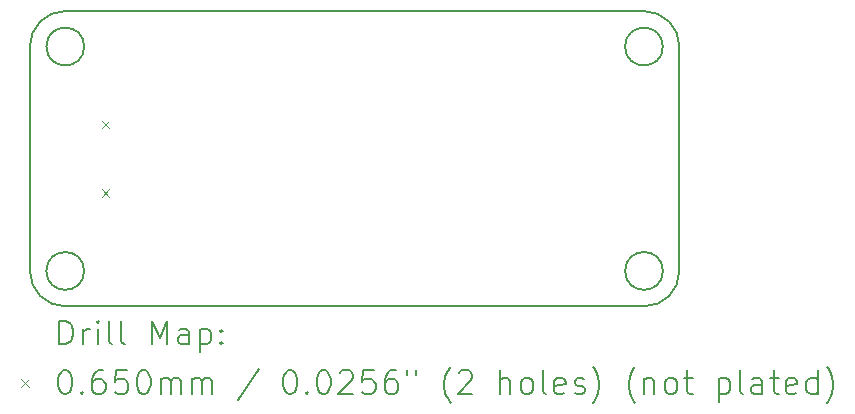
<source format=gbr>
%TF.GenerationSoftware,KiCad,Pcbnew,8.0.5-dirty*%
%TF.CreationDate,2024-10-01T21:11:04+10:00*%
%TF.ProjectId,kestral,6b657374-7261-46c2-9e6b-696361645f70,rev?*%
%TF.SameCoordinates,Original*%
%TF.FileFunction,Drillmap*%
%TF.FilePolarity,Positive*%
%FSLAX45Y45*%
G04 Gerber Fmt 4.5, Leading zero omitted, Abs format (unit mm)*
G04 Created by KiCad (PCBNEW 8.0.5-dirty) date 2024-10-01 21:11:04*
%MOMM*%
%LPD*%
G01*
G04 APERTURE LIST*
%ADD10C,0.200000*%
%ADD11C,0.100000*%
G04 APERTURE END LIST*
D10*
X15500000Y-12200000D02*
G75*
G02*
X15200000Y-12500000I-300000J0D01*
G01*
X15200000Y-12500000D02*
X10300000Y-12500000D01*
X15200000Y-10000000D02*
X10300000Y-10000000D01*
X15500000Y-10300000D02*
X15500000Y-12200000D01*
X10000000Y-10300000D02*
X10000000Y-12200000D01*
X15200000Y-10000000D02*
G75*
G02*
X15500000Y-10300000I0J-300000D01*
G01*
X10300000Y-12500000D02*
G75*
G02*
X10000000Y-12200000I0J300000D01*
G01*
X15360000Y-12200000D02*
G75*
G02*
X15040000Y-12200000I-160000J0D01*
G01*
X15040000Y-12200000D02*
G75*
G02*
X15360000Y-12200000I160000J0D01*
G01*
X10460000Y-10300000D02*
G75*
G02*
X10140000Y-10300000I-160000J0D01*
G01*
X10140000Y-10300000D02*
G75*
G02*
X10460000Y-10300000I160000J0D01*
G01*
X10000000Y-10300000D02*
G75*
G02*
X10300000Y-10000000I300000J0D01*
G01*
X10460000Y-12200000D02*
G75*
G02*
X10140000Y-12200000I-160000J0D01*
G01*
X10140000Y-12200000D02*
G75*
G02*
X10460000Y-12200000I160000J0D01*
G01*
X15360000Y-10300000D02*
G75*
G02*
X15040000Y-10300000I-160000J0D01*
G01*
X15040000Y-10300000D02*
G75*
G02*
X15360000Y-10300000I160000J0D01*
G01*
D11*
X10608000Y-10928500D02*
X10673000Y-10993500D01*
X10673000Y-10928500D02*
X10608000Y-10993500D01*
X10608000Y-11506500D02*
X10673000Y-11571500D01*
X10673000Y-11506500D02*
X10608000Y-11571500D01*
D10*
X10250777Y-12821484D02*
X10250777Y-12621484D01*
X10250777Y-12621484D02*
X10298396Y-12621484D01*
X10298396Y-12621484D02*
X10326967Y-12631008D01*
X10326967Y-12631008D02*
X10346015Y-12650055D01*
X10346015Y-12650055D02*
X10355539Y-12669103D01*
X10355539Y-12669103D02*
X10365063Y-12707198D01*
X10365063Y-12707198D02*
X10365063Y-12735769D01*
X10365063Y-12735769D02*
X10355539Y-12773865D01*
X10355539Y-12773865D02*
X10346015Y-12792912D01*
X10346015Y-12792912D02*
X10326967Y-12811960D01*
X10326967Y-12811960D02*
X10298396Y-12821484D01*
X10298396Y-12821484D02*
X10250777Y-12821484D01*
X10450777Y-12821484D02*
X10450777Y-12688150D01*
X10450777Y-12726246D02*
X10460301Y-12707198D01*
X10460301Y-12707198D02*
X10469824Y-12697674D01*
X10469824Y-12697674D02*
X10488872Y-12688150D01*
X10488872Y-12688150D02*
X10507920Y-12688150D01*
X10574586Y-12821484D02*
X10574586Y-12688150D01*
X10574586Y-12621484D02*
X10565063Y-12631008D01*
X10565063Y-12631008D02*
X10574586Y-12640531D01*
X10574586Y-12640531D02*
X10584110Y-12631008D01*
X10584110Y-12631008D02*
X10574586Y-12621484D01*
X10574586Y-12621484D02*
X10574586Y-12640531D01*
X10698396Y-12821484D02*
X10679348Y-12811960D01*
X10679348Y-12811960D02*
X10669824Y-12792912D01*
X10669824Y-12792912D02*
X10669824Y-12621484D01*
X10803158Y-12821484D02*
X10784110Y-12811960D01*
X10784110Y-12811960D02*
X10774586Y-12792912D01*
X10774586Y-12792912D02*
X10774586Y-12621484D01*
X11031729Y-12821484D02*
X11031729Y-12621484D01*
X11031729Y-12621484D02*
X11098396Y-12764341D01*
X11098396Y-12764341D02*
X11165063Y-12621484D01*
X11165063Y-12621484D02*
X11165063Y-12821484D01*
X11346015Y-12821484D02*
X11346015Y-12716722D01*
X11346015Y-12716722D02*
X11336491Y-12697674D01*
X11336491Y-12697674D02*
X11317443Y-12688150D01*
X11317443Y-12688150D02*
X11279348Y-12688150D01*
X11279348Y-12688150D02*
X11260301Y-12697674D01*
X11346015Y-12811960D02*
X11326967Y-12821484D01*
X11326967Y-12821484D02*
X11279348Y-12821484D01*
X11279348Y-12821484D02*
X11260301Y-12811960D01*
X11260301Y-12811960D02*
X11250777Y-12792912D01*
X11250777Y-12792912D02*
X11250777Y-12773865D01*
X11250777Y-12773865D02*
X11260301Y-12754817D01*
X11260301Y-12754817D02*
X11279348Y-12745293D01*
X11279348Y-12745293D02*
X11326967Y-12745293D01*
X11326967Y-12745293D02*
X11346015Y-12735769D01*
X11441253Y-12688150D02*
X11441253Y-12888150D01*
X11441253Y-12697674D02*
X11460301Y-12688150D01*
X11460301Y-12688150D02*
X11498396Y-12688150D01*
X11498396Y-12688150D02*
X11517443Y-12697674D01*
X11517443Y-12697674D02*
X11526967Y-12707198D01*
X11526967Y-12707198D02*
X11536491Y-12726246D01*
X11536491Y-12726246D02*
X11536491Y-12783388D01*
X11536491Y-12783388D02*
X11526967Y-12802436D01*
X11526967Y-12802436D02*
X11517443Y-12811960D01*
X11517443Y-12811960D02*
X11498396Y-12821484D01*
X11498396Y-12821484D02*
X11460301Y-12821484D01*
X11460301Y-12821484D02*
X11441253Y-12811960D01*
X11622205Y-12802436D02*
X11631729Y-12811960D01*
X11631729Y-12811960D02*
X11622205Y-12821484D01*
X11622205Y-12821484D02*
X11612682Y-12811960D01*
X11612682Y-12811960D02*
X11622205Y-12802436D01*
X11622205Y-12802436D02*
X11622205Y-12821484D01*
X11622205Y-12697674D02*
X11631729Y-12707198D01*
X11631729Y-12707198D02*
X11622205Y-12716722D01*
X11622205Y-12716722D02*
X11612682Y-12707198D01*
X11612682Y-12707198D02*
X11622205Y-12697674D01*
X11622205Y-12697674D02*
X11622205Y-12716722D01*
D11*
X9925000Y-13117500D02*
X9990000Y-13182500D01*
X9990000Y-13117500D02*
X9925000Y-13182500D01*
D10*
X10288872Y-13041484D02*
X10307920Y-13041484D01*
X10307920Y-13041484D02*
X10326967Y-13051008D01*
X10326967Y-13051008D02*
X10336491Y-13060531D01*
X10336491Y-13060531D02*
X10346015Y-13079579D01*
X10346015Y-13079579D02*
X10355539Y-13117674D01*
X10355539Y-13117674D02*
X10355539Y-13165293D01*
X10355539Y-13165293D02*
X10346015Y-13203388D01*
X10346015Y-13203388D02*
X10336491Y-13222436D01*
X10336491Y-13222436D02*
X10326967Y-13231960D01*
X10326967Y-13231960D02*
X10307920Y-13241484D01*
X10307920Y-13241484D02*
X10288872Y-13241484D01*
X10288872Y-13241484D02*
X10269824Y-13231960D01*
X10269824Y-13231960D02*
X10260301Y-13222436D01*
X10260301Y-13222436D02*
X10250777Y-13203388D01*
X10250777Y-13203388D02*
X10241253Y-13165293D01*
X10241253Y-13165293D02*
X10241253Y-13117674D01*
X10241253Y-13117674D02*
X10250777Y-13079579D01*
X10250777Y-13079579D02*
X10260301Y-13060531D01*
X10260301Y-13060531D02*
X10269824Y-13051008D01*
X10269824Y-13051008D02*
X10288872Y-13041484D01*
X10441253Y-13222436D02*
X10450777Y-13231960D01*
X10450777Y-13231960D02*
X10441253Y-13241484D01*
X10441253Y-13241484D02*
X10431729Y-13231960D01*
X10431729Y-13231960D02*
X10441253Y-13222436D01*
X10441253Y-13222436D02*
X10441253Y-13241484D01*
X10622205Y-13041484D02*
X10584110Y-13041484D01*
X10584110Y-13041484D02*
X10565063Y-13051008D01*
X10565063Y-13051008D02*
X10555539Y-13060531D01*
X10555539Y-13060531D02*
X10536491Y-13089103D01*
X10536491Y-13089103D02*
X10526967Y-13127198D01*
X10526967Y-13127198D02*
X10526967Y-13203388D01*
X10526967Y-13203388D02*
X10536491Y-13222436D01*
X10536491Y-13222436D02*
X10546015Y-13231960D01*
X10546015Y-13231960D02*
X10565063Y-13241484D01*
X10565063Y-13241484D02*
X10603158Y-13241484D01*
X10603158Y-13241484D02*
X10622205Y-13231960D01*
X10622205Y-13231960D02*
X10631729Y-13222436D01*
X10631729Y-13222436D02*
X10641253Y-13203388D01*
X10641253Y-13203388D02*
X10641253Y-13155769D01*
X10641253Y-13155769D02*
X10631729Y-13136722D01*
X10631729Y-13136722D02*
X10622205Y-13127198D01*
X10622205Y-13127198D02*
X10603158Y-13117674D01*
X10603158Y-13117674D02*
X10565063Y-13117674D01*
X10565063Y-13117674D02*
X10546015Y-13127198D01*
X10546015Y-13127198D02*
X10536491Y-13136722D01*
X10536491Y-13136722D02*
X10526967Y-13155769D01*
X10822205Y-13041484D02*
X10726967Y-13041484D01*
X10726967Y-13041484D02*
X10717444Y-13136722D01*
X10717444Y-13136722D02*
X10726967Y-13127198D01*
X10726967Y-13127198D02*
X10746015Y-13117674D01*
X10746015Y-13117674D02*
X10793634Y-13117674D01*
X10793634Y-13117674D02*
X10812682Y-13127198D01*
X10812682Y-13127198D02*
X10822205Y-13136722D01*
X10822205Y-13136722D02*
X10831729Y-13155769D01*
X10831729Y-13155769D02*
X10831729Y-13203388D01*
X10831729Y-13203388D02*
X10822205Y-13222436D01*
X10822205Y-13222436D02*
X10812682Y-13231960D01*
X10812682Y-13231960D02*
X10793634Y-13241484D01*
X10793634Y-13241484D02*
X10746015Y-13241484D01*
X10746015Y-13241484D02*
X10726967Y-13231960D01*
X10726967Y-13231960D02*
X10717444Y-13222436D01*
X10955539Y-13041484D02*
X10974586Y-13041484D01*
X10974586Y-13041484D02*
X10993634Y-13051008D01*
X10993634Y-13051008D02*
X11003158Y-13060531D01*
X11003158Y-13060531D02*
X11012682Y-13079579D01*
X11012682Y-13079579D02*
X11022205Y-13117674D01*
X11022205Y-13117674D02*
X11022205Y-13165293D01*
X11022205Y-13165293D02*
X11012682Y-13203388D01*
X11012682Y-13203388D02*
X11003158Y-13222436D01*
X11003158Y-13222436D02*
X10993634Y-13231960D01*
X10993634Y-13231960D02*
X10974586Y-13241484D01*
X10974586Y-13241484D02*
X10955539Y-13241484D01*
X10955539Y-13241484D02*
X10936491Y-13231960D01*
X10936491Y-13231960D02*
X10926967Y-13222436D01*
X10926967Y-13222436D02*
X10917444Y-13203388D01*
X10917444Y-13203388D02*
X10907920Y-13165293D01*
X10907920Y-13165293D02*
X10907920Y-13117674D01*
X10907920Y-13117674D02*
X10917444Y-13079579D01*
X10917444Y-13079579D02*
X10926967Y-13060531D01*
X10926967Y-13060531D02*
X10936491Y-13051008D01*
X10936491Y-13051008D02*
X10955539Y-13041484D01*
X11107920Y-13241484D02*
X11107920Y-13108150D01*
X11107920Y-13127198D02*
X11117444Y-13117674D01*
X11117444Y-13117674D02*
X11136491Y-13108150D01*
X11136491Y-13108150D02*
X11165063Y-13108150D01*
X11165063Y-13108150D02*
X11184110Y-13117674D01*
X11184110Y-13117674D02*
X11193634Y-13136722D01*
X11193634Y-13136722D02*
X11193634Y-13241484D01*
X11193634Y-13136722D02*
X11203158Y-13117674D01*
X11203158Y-13117674D02*
X11222205Y-13108150D01*
X11222205Y-13108150D02*
X11250777Y-13108150D01*
X11250777Y-13108150D02*
X11269824Y-13117674D01*
X11269824Y-13117674D02*
X11279348Y-13136722D01*
X11279348Y-13136722D02*
X11279348Y-13241484D01*
X11374586Y-13241484D02*
X11374586Y-13108150D01*
X11374586Y-13127198D02*
X11384110Y-13117674D01*
X11384110Y-13117674D02*
X11403158Y-13108150D01*
X11403158Y-13108150D02*
X11431729Y-13108150D01*
X11431729Y-13108150D02*
X11450777Y-13117674D01*
X11450777Y-13117674D02*
X11460301Y-13136722D01*
X11460301Y-13136722D02*
X11460301Y-13241484D01*
X11460301Y-13136722D02*
X11469824Y-13117674D01*
X11469824Y-13117674D02*
X11488872Y-13108150D01*
X11488872Y-13108150D02*
X11517443Y-13108150D01*
X11517443Y-13108150D02*
X11536491Y-13117674D01*
X11536491Y-13117674D02*
X11546015Y-13136722D01*
X11546015Y-13136722D02*
X11546015Y-13241484D01*
X11936491Y-13031960D02*
X11765063Y-13289103D01*
X12193634Y-13041484D02*
X12212682Y-13041484D01*
X12212682Y-13041484D02*
X12231729Y-13051008D01*
X12231729Y-13051008D02*
X12241253Y-13060531D01*
X12241253Y-13060531D02*
X12250777Y-13079579D01*
X12250777Y-13079579D02*
X12260301Y-13117674D01*
X12260301Y-13117674D02*
X12260301Y-13165293D01*
X12260301Y-13165293D02*
X12250777Y-13203388D01*
X12250777Y-13203388D02*
X12241253Y-13222436D01*
X12241253Y-13222436D02*
X12231729Y-13231960D01*
X12231729Y-13231960D02*
X12212682Y-13241484D01*
X12212682Y-13241484D02*
X12193634Y-13241484D01*
X12193634Y-13241484D02*
X12174586Y-13231960D01*
X12174586Y-13231960D02*
X12165063Y-13222436D01*
X12165063Y-13222436D02*
X12155539Y-13203388D01*
X12155539Y-13203388D02*
X12146015Y-13165293D01*
X12146015Y-13165293D02*
X12146015Y-13117674D01*
X12146015Y-13117674D02*
X12155539Y-13079579D01*
X12155539Y-13079579D02*
X12165063Y-13060531D01*
X12165063Y-13060531D02*
X12174586Y-13051008D01*
X12174586Y-13051008D02*
X12193634Y-13041484D01*
X12346015Y-13222436D02*
X12355539Y-13231960D01*
X12355539Y-13231960D02*
X12346015Y-13241484D01*
X12346015Y-13241484D02*
X12336491Y-13231960D01*
X12336491Y-13231960D02*
X12346015Y-13222436D01*
X12346015Y-13222436D02*
X12346015Y-13241484D01*
X12479348Y-13041484D02*
X12498396Y-13041484D01*
X12498396Y-13041484D02*
X12517444Y-13051008D01*
X12517444Y-13051008D02*
X12526967Y-13060531D01*
X12526967Y-13060531D02*
X12536491Y-13079579D01*
X12536491Y-13079579D02*
X12546015Y-13117674D01*
X12546015Y-13117674D02*
X12546015Y-13165293D01*
X12546015Y-13165293D02*
X12536491Y-13203388D01*
X12536491Y-13203388D02*
X12526967Y-13222436D01*
X12526967Y-13222436D02*
X12517444Y-13231960D01*
X12517444Y-13231960D02*
X12498396Y-13241484D01*
X12498396Y-13241484D02*
X12479348Y-13241484D01*
X12479348Y-13241484D02*
X12460301Y-13231960D01*
X12460301Y-13231960D02*
X12450777Y-13222436D01*
X12450777Y-13222436D02*
X12441253Y-13203388D01*
X12441253Y-13203388D02*
X12431729Y-13165293D01*
X12431729Y-13165293D02*
X12431729Y-13117674D01*
X12431729Y-13117674D02*
X12441253Y-13079579D01*
X12441253Y-13079579D02*
X12450777Y-13060531D01*
X12450777Y-13060531D02*
X12460301Y-13051008D01*
X12460301Y-13051008D02*
X12479348Y-13041484D01*
X12622206Y-13060531D02*
X12631729Y-13051008D01*
X12631729Y-13051008D02*
X12650777Y-13041484D01*
X12650777Y-13041484D02*
X12698396Y-13041484D01*
X12698396Y-13041484D02*
X12717444Y-13051008D01*
X12717444Y-13051008D02*
X12726967Y-13060531D01*
X12726967Y-13060531D02*
X12736491Y-13079579D01*
X12736491Y-13079579D02*
X12736491Y-13098627D01*
X12736491Y-13098627D02*
X12726967Y-13127198D01*
X12726967Y-13127198D02*
X12612682Y-13241484D01*
X12612682Y-13241484D02*
X12736491Y-13241484D01*
X12917444Y-13041484D02*
X12822206Y-13041484D01*
X12822206Y-13041484D02*
X12812682Y-13136722D01*
X12812682Y-13136722D02*
X12822206Y-13127198D01*
X12822206Y-13127198D02*
X12841253Y-13117674D01*
X12841253Y-13117674D02*
X12888872Y-13117674D01*
X12888872Y-13117674D02*
X12907920Y-13127198D01*
X12907920Y-13127198D02*
X12917444Y-13136722D01*
X12917444Y-13136722D02*
X12926967Y-13155769D01*
X12926967Y-13155769D02*
X12926967Y-13203388D01*
X12926967Y-13203388D02*
X12917444Y-13222436D01*
X12917444Y-13222436D02*
X12907920Y-13231960D01*
X12907920Y-13231960D02*
X12888872Y-13241484D01*
X12888872Y-13241484D02*
X12841253Y-13241484D01*
X12841253Y-13241484D02*
X12822206Y-13231960D01*
X12822206Y-13231960D02*
X12812682Y-13222436D01*
X13098396Y-13041484D02*
X13060301Y-13041484D01*
X13060301Y-13041484D02*
X13041253Y-13051008D01*
X13041253Y-13051008D02*
X13031729Y-13060531D01*
X13031729Y-13060531D02*
X13012682Y-13089103D01*
X13012682Y-13089103D02*
X13003158Y-13127198D01*
X13003158Y-13127198D02*
X13003158Y-13203388D01*
X13003158Y-13203388D02*
X13012682Y-13222436D01*
X13012682Y-13222436D02*
X13022206Y-13231960D01*
X13022206Y-13231960D02*
X13041253Y-13241484D01*
X13041253Y-13241484D02*
X13079348Y-13241484D01*
X13079348Y-13241484D02*
X13098396Y-13231960D01*
X13098396Y-13231960D02*
X13107920Y-13222436D01*
X13107920Y-13222436D02*
X13117444Y-13203388D01*
X13117444Y-13203388D02*
X13117444Y-13155769D01*
X13117444Y-13155769D02*
X13107920Y-13136722D01*
X13107920Y-13136722D02*
X13098396Y-13127198D01*
X13098396Y-13127198D02*
X13079348Y-13117674D01*
X13079348Y-13117674D02*
X13041253Y-13117674D01*
X13041253Y-13117674D02*
X13022206Y-13127198D01*
X13022206Y-13127198D02*
X13012682Y-13136722D01*
X13012682Y-13136722D02*
X13003158Y-13155769D01*
X13193634Y-13041484D02*
X13193634Y-13079579D01*
X13269825Y-13041484D02*
X13269825Y-13079579D01*
X13565063Y-13317674D02*
X13555539Y-13308150D01*
X13555539Y-13308150D02*
X13536491Y-13279579D01*
X13536491Y-13279579D02*
X13526968Y-13260531D01*
X13526968Y-13260531D02*
X13517444Y-13231960D01*
X13517444Y-13231960D02*
X13507920Y-13184341D01*
X13507920Y-13184341D02*
X13507920Y-13146246D01*
X13507920Y-13146246D02*
X13517444Y-13098627D01*
X13517444Y-13098627D02*
X13526968Y-13070055D01*
X13526968Y-13070055D02*
X13536491Y-13051008D01*
X13536491Y-13051008D02*
X13555539Y-13022436D01*
X13555539Y-13022436D02*
X13565063Y-13012912D01*
X13631729Y-13060531D02*
X13641253Y-13051008D01*
X13641253Y-13051008D02*
X13660301Y-13041484D01*
X13660301Y-13041484D02*
X13707920Y-13041484D01*
X13707920Y-13041484D02*
X13726968Y-13051008D01*
X13726968Y-13051008D02*
X13736491Y-13060531D01*
X13736491Y-13060531D02*
X13746015Y-13079579D01*
X13746015Y-13079579D02*
X13746015Y-13098627D01*
X13746015Y-13098627D02*
X13736491Y-13127198D01*
X13736491Y-13127198D02*
X13622206Y-13241484D01*
X13622206Y-13241484D02*
X13746015Y-13241484D01*
X13984110Y-13241484D02*
X13984110Y-13041484D01*
X14069825Y-13241484D02*
X14069825Y-13136722D01*
X14069825Y-13136722D02*
X14060301Y-13117674D01*
X14060301Y-13117674D02*
X14041253Y-13108150D01*
X14041253Y-13108150D02*
X14012682Y-13108150D01*
X14012682Y-13108150D02*
X13993634Y-13117674D01*
X13993634Y-13117674D02*
X13984110Y-13127198D01*
X14193634Y-13241484D02*
X14174587Y-13231960D01*
X14174587Y-13231960D02*
X14165063Y-13222436D01*
X14165063Y-13222436D02*
X14155539Y-13203388D01*
X14155539Y-13203388D02*
X14155539Y-13146246D01*
X14155539Y-13146246D02*
X14165063Y-13127198D01*
X14165063Y-13127198D02*
X14174587Y-13117674D01*
X14174587Y-13117674D02*
X14193634Y-13108150D01*
X14193634Y-13108150D02*
X14222206Y-13108150D01*
X14222206Y-13108150D02*
X14241253Y-13117674D01*
X14241253Y-13117674D02*
X14250777Y-13127198D01*
X14250777Y-13127198D02*
X14260301Y-13146246D01*
X14260301Y-13146246D02*
X14260301Y-13203388D01*
X14260301Y-13203388D02*
X14250777Y-13222436D01*
X14250777Y-13222436D02*
X14241253Y-13231960D01*
X14241253Y-13231960D02*
X14222206Y-13241484D01*
X14222206Y-13241484D02*
X14193634Y-13241484D01*
X14374587Y-13241484D02*
X14355539Y-13231960D01*
X14355539Y-13231960D02*
X14346015Y-13212912D01*
X14346015Y-13212912D02*
X14346015Y-13041484D01*
X14526968Y-13231960D02*
X14507920Y-13241484D01*
X14507920Y-13241484D02*
X14469825Y-13241484D01*
X14469825Y-13241484D02*
X14450777Y-13231960D01*
X14450777Y-13231960D02*
X14441253Y-13212912D01*
X14441253Y-13212912D02*
X14441253Y-13136722D01*
X14441253Y-13136722D02*
X14450777Y-13117674D01*
X14450777Y-13117674D02*
X14469825Y-13108150D01*
X14469825Y-13108150D02*
X14507920Y-13108150D01*
X14507920Y-13108150D02*
X14526968Y-13117674D01*
X14526968Y-13117674D02*
X14536491Y-13136722D01*
X14536491Y-13136722D02*
X14536491Y-13155769D01*
X14536491Y-13155769D02*
X14441253Y-13174817D01*
X14612682Y-13231960D02*
X14631730Y-13241484D01*
X14631730Y-13241484D02*
X14669825Y-13241484D01*
X14669825Y-13241484D02*
X14688872Y-13231960D01*
X14688872Y-13231960D02*
X14698396Y-13212912D01*
X14698396Y-13212912D02*
X14698396Y-13203388D01*
X14698396Y-13203388D02*
X14688872Y-13184341D01*
X14688872Y-13184341D02*
X14669825Y-13174817D01*
X14669825Y-13174817D02*
X14641253Y-13174817D01*
X14641253Y-13174817D02*
X14622206Y-13165293D01*
X14622206Y-13165293D02*
X14612682Y-13146246D01*
X14612682Y-13146246D02*
X14612682Y-13136722D01*
X14612682Y-13136722D02*
X14622206Y-13117674D01*
X14622206Y-13117674D02*
X14641253Y-13108150D01*
X14641253Y-13108150D02*
X14669825Y-13108150D01*
X14669825Y-13108150D02*
X14688872Y-13117674D01*
X14765063Y-13317674D02*
X14774587Y-13308150D01*
X14774587Y-13308150D02*
X14793634Y-13279579D01*
X14793634Y-13279579D02*
X14803158Y-13260531D01*
X14803158Y-13260531D02*
X14812682Y-13231960D01*
X14812682Y-13231960D02*
X14822206Y-13184341D01*
X14822206Y-13184341D02*
X14822206Y-13146246D01*
X14822206Y-13146246D02*
X14812682Y-13098627D01*
X14812682Y-13098627D02*
X14803158Y-13070055D01*
X14803158Y-13070055D02*
X14793634Y-13051008D01*
X14793634Y-13051008D02*
X14774587Y-13022436D01*
X14774587Y-13022436D02*
X14765063Y-13012912D01*
X15126968Y-13317674D02*
X15117444Y-13308150D01*
X15117444Y-13308150D02*
X15098396Y-13279579D01*
X15098396Y-13279579D02*
X15088872Y-13260531D01*
X15088872Y-13260531D02*
X15079349Y-13231960D01*
X15079349Y-13231960D02*
X15069825Y-13184341D01*
X15069825Y-13184341D02*
X15069825Y-13146246D01*
X15069825Y-13146246D02*
X15079349Y-13098627D01*
X15079349Y-13098627D02*
X15088872Y-13070055D01*
X15088872Y-13070055D02*
X15098396Y-13051008D01*
X15098396Y-13051008D02*
X15117444Y-13022436D01*
X15117444Y-13022436D02*
X15126968Y-13012912D01*
X15203158Y-13108150D02*
X15203158Y-13241484D01*
X15203158Y-13127198D02*
X15212682Y-13117674D01*
X15212682Y-13117674D02*
X15231730Y-13108150D01*
X15231730Y-13108150D02*
X15260301Y-13108150D01*
X15260301Y-13108150D02*
X15279349Y-13117674D01*
X15279349Y-13117674D02*
X15288872Y-13136722D01*
X15288872Y-13136722D02*
X15288872Y-13241484D01*
X15412682Y-13241484D02*
X15393634Y-13231960D01*
X15393634Y-13231960D02*
X15384111Y-13222436D01*
X15384111Y-13222436D02*
X15374587Y-13203388D01*
X15374587Y-13203388D02*
X15374587Y-13146246D01*
X15374587Y-13146246D02*
X15384111Y-13127198D01*
X15384111Y-13127198D02*
X15393634Y-13117674D01*
X15393634Y-13117674D02*
X15412682Y-13108150D01*
X15412682Y-13108150D02*
X15441253Y-13108150D01*
X15441253Y-13108150D02*
X15460301Y-13117674D01*
X15460301Y-13117674D02*
X15469825Y-13127198D01*
X15469825Y-13127198D02*
X15479349Y-13146246D01*
X15479349Y-13146246D02*
X15479349Y-13203388D01*
X15479349Y-13203388D02*
X15469825Y-13222436D01*
X15469825Y-13222436D02*
X15460301Y-13231960D01*
X15460301Y-13231960D02*
X15441253Y-13241484D01*
X15441253Y-13241484D02*
X15412682Y-13241484D01*
X15536492Y-13108150D02*
X15612682Y-13108150D01*
X15565063Y-13041484D02*
X15565063Y-13212912D01*
X15565063Y-13212912D02*
X15574587Y-13231960D01*
X15574587Y-13231960D02*
X15593634Y-13241484D01*
X15593634Y-13241484D02*
X15612682Y-13241484D01*
X15831730Y-13108150D02*
X15831730Y-13308150D01*
X15831730Y-13117674D02*
X15850777Y-13108150D01*
X15850777Y-13108150D02*
X15888873Y-13108150D01*
X15888873Y-13108150D02*
X15907920Y-13117674D01*
X15907920Y-13117674D02*
X15917444Y-13127198D01*
X15917444Y-13127198D02*
X15926968Y-13146246D01*
X15926968Y-13146246D02*
X15926968Y-13203388D01*
X15926968Y-13203388D02*
X15917444Y-13222436D01*
X15917444Y-13222436D02*
X15907920Y-13231960D01*
X15907920Y-13231960D02*
X15888873Y-13241484D01*
X15888873Y-13241484D02*
X15850777Y-13241484D01*
X15850777Y-13241484D02*
X15831730Y-13231960D01*
X16041253Y-13241484D02*
X16022206Y-13231960D01*
X16022206Y-13231960D02*
X16012682Y-13212912D01*
X16012682Y-13212912D02*
X16012682Y-13041484D01*
X16203158Y-13241484D02*
X16203158Y-13136722D01*
X16203158Y-13136722D02*
X16193634Y-13117674D01*
X16193634Y-13117674D02*
X16174587Y-13108150D01*
X16174587Y-13108150D02*
X16136492Y-13108150D01*
X16136492Y-13108150D02*
X16117444Y-13117674D01*
X16203158Y-13231960D02*
X16184111Y-13241484D01*
X16184111Y-13241484D02*
X16136492Y-13241484D01*
X16136492Y-13241484D02*
X16117444Y-13231960D01*
X16117444Y-13231960D02*
X16107920Y-13212912D01*
X16107920Y-13212912D02*
X16107920Y-13193865D01*
X16107920Y-13193865D02*
X16117444Y-13174817D01*
X16117444Y-13174817D02*
X16136492Y-13165293D01*
X16136492Y-13165293D02*
X16184111Y-13165293D01*
X16184111Y-13165293D02*
X16203158Y-13155769D01*
X16269825Y-13108150D02*
X16346015Y-13108150D01*
X16298396Y-13041484D02*
X16298396Y-13212912D01*
X16298396Y-13212912D02*
X16307920Y-13231960D01*
X16307920Y-13231960D02*
X16326968Y-13241484D01*
X16326968Y-13241484D02*
X16346015Y-13241484D01*
X16488873Y-13231960D02*
X16469825Y-13241484D01*
X16469825Y-13241484D02*
X16431730Y-13241484D01*
X16431730Y-13241484D02*
X16412682Y-13231960D01*
X16412682Y-13231960D02*
X16403158Y-13212912D01*
X16403158Y-13212912D02*
X16403158Y-13136722D01*
X16403158Y-13136722D02*
X16412682Y-13117674D01*
X16412682Y-13117674D02*
X16431730Y-13108150D01*
X16431730Y-13108150D02*
X16469825Y-13108150D01*
X16469825Y-13108150D02*
X16488873Y-13117674D01*
X16488873Y-13117674D02*
X16498396Y-13136722D01*
X16498396Y-13136722D02*
X16498396Y-13155769D01*
X16498396Y-13155769D02*
X16403158Y-13174817D01*
X16669825Y-13241484D02*
X16669825Y-13041484D01*
X16669825Y-13231960D02*
X16650777Y-13241484D01*
X16650777Y-13241484D02*
X16612682Y-13241484D01*
X16612682Y-13241484D02*
X16593634Y-13231960D01*
X16593634Y-13231960D02*
X16584111Y-13222436D01*
X16584111Y-13222436D02*
X16574587Y-13203388D01*
X16574587Y-13203388D02*
X16574587Y-13146246D01*
X16574587Y-13146246D02*
X16584111Y-13127198D01*
X16584111Y-13127198D02*
X16593634Y-13117674D01*
X16593634Y-13117674D02*
X16612682Y-13108150D01*
X16612682Y-13108150D02*
X16650777Y-13108150D01*
X16650777Y-13108150D02*
X16669825Y-13117674D01*
X16746015Y-13317674D02*
X16755539Y-13308150D01*
X16755539Y-13308150D02*
X16774587Y-13279579D01*
X16774587Y-13279579D02*
X16784111Y-13260531D01*
X16784111Y-13260531D02*
X16793635Y-13231960D01*
X16793635Y-13231960D02*
X16803158Y-13184341D01*
X16803158Y-13184341D02*
X16803158Y-13146246D01*
X16803158Y-13146246D02*
X16793635Y-13098627D01*
X16793635Y-13098627D02*
X16784111Y-13070055D01*
X16784111Y-13070055D02*
X16774587Y-13051008D01*
X16774587Y-13051008D02*
X16755539Y-13022436D01*
X16755539Y-13022436D02*
X16746015Y-13012912D01*
M02*

</source>
